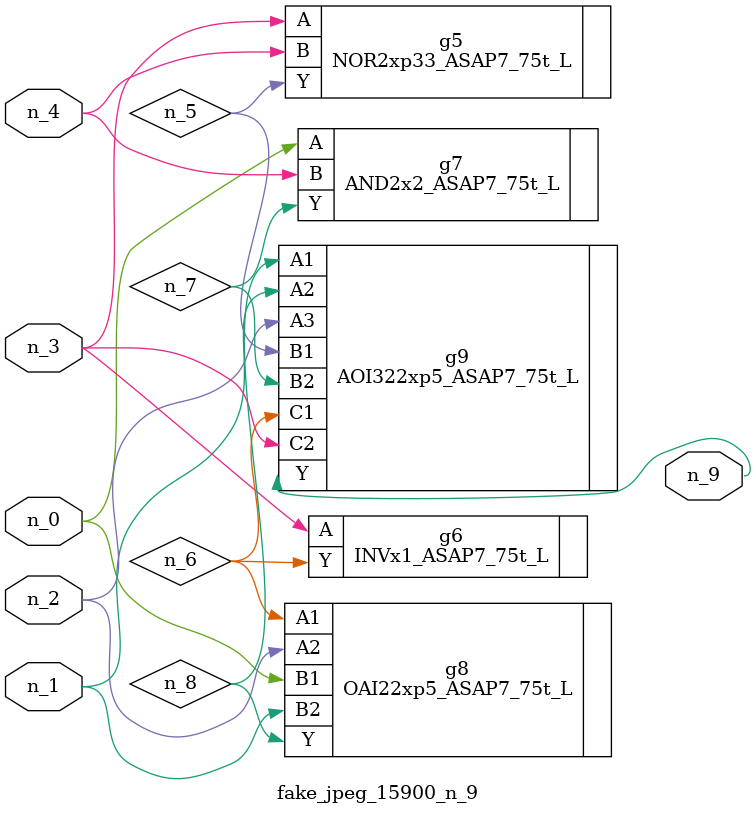
<source format=v>
module fake_jpeg_15900_n_9 (n_3, n_2, n_1, n_0, n_4, n_9);

input n_3;
input n_2;
input n_1;
input n_0;
input n_4;

output n_9;

wire n_8;
wire n_6;
wire n_5;
wire n_7;

NOR2xp33_ASAP7_75t_L g5 ( 
.A(n_3),
.B(n_4),
.Y(n_5)
);

INVx1_ASAP7_75t_L g6 ( 
.A(n_3),
.Y(n_6)
);

AND2x2_ASAP7_75t_L g7 ( 
.A(n_0),
.B(n_4),
.Y(n_7)
);

OAI22xp5_ASAP7_75t_L g8 ( 
.A1(n_6),
.A2(n_2),
.B1(n_0),
.B2(n_1),
.Y(n_8)
);

AOI322xp5_ASAP7_75t_L g9 ( 
.A1(n_8),
.A2(n_1),
.A3(n_2),
.B1(n_5),
.B2(n_7),
.C1(n_6),
.C2(n_3),
.Y(n_9)
);


endmodule
</source>
